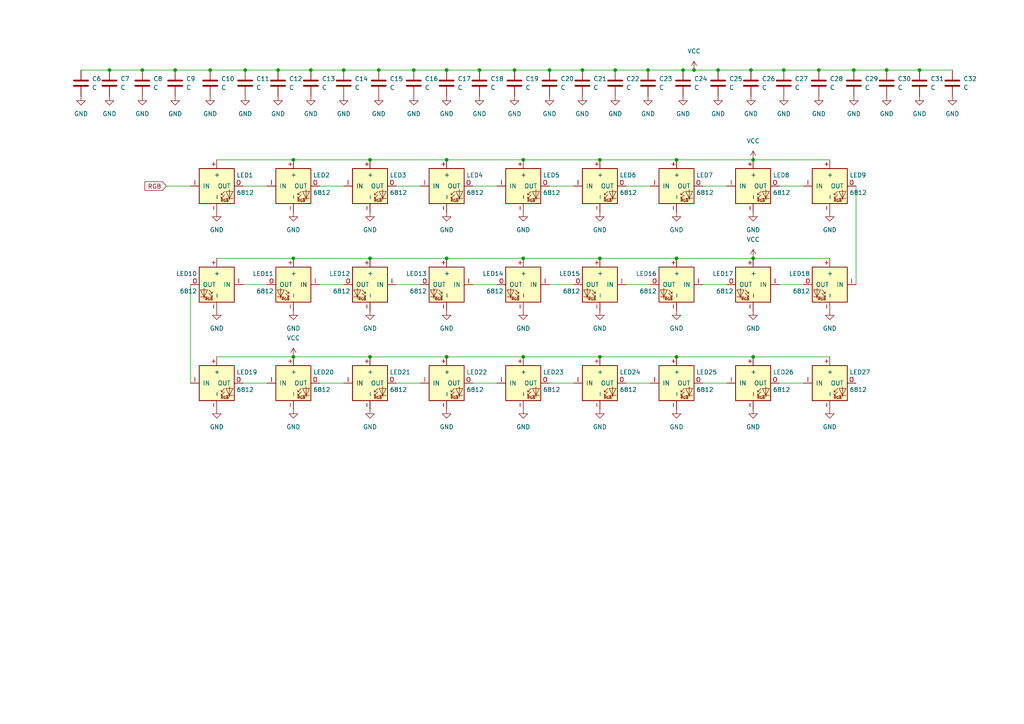
<source format=kicad_sch>
(kicad_sch (version 20211123) (generator eeschema)
  (paper "A4")
  (lib_symbols
    (symbol "Device:C" (pin_numbers hide) (pin_names (offset 0.254))
      (property "Reference" "C" (at 0.635 2.54 0))
      (property "Value" "C" (at 0.635 -2.54 0))
      (symbol "C_0_1"
        (polyline (pts (xy -2.032 -0.762) (xy 2.032 -0.762)) (stroke (width 0.508)))
        (polyline (pts (xy -2.032 0.762) (xy 2.032 0.762)) (stroke (width 0.508)))
      )
      (symbol "C_1_1"
        (pin passive line (at 0 3.81 270) (length 2.794) (name "~") (number "1"))
        (pin passive line (at 0 -3.81 90) (length 2.794) (name "~") (number "2"))
      )
    )
    (symbol "anki:6812" (pin_names (offset 1.016))
      (property "Reference" "LED" (at 5.08 7.62 0))
      (property "Value" "6812" (at 5.08 10.16 0))
      (symbol "6812_1_1"
        (polyline (pts (xy 1.27 -3.556) (xy 1.778 -3.556)))
        (polyline (pts (xy 1.27 -2.54) (xy 1.778 -2.54)))
        (polyline (pts (xy 4.699 -3.556) (xy 2.667 -3.556)))
        (polyline (pts (xy 2.286 -2.54) (xy 1.27 -3.556) (xy 1.27 -3.048)))
        (polyline (pts (xy 2.286 -1.524) (xy 1.27 -2.54) (xy 1.27 -2.032)))
        (polyline (pts (xy 3.683 -1.016) (xy 3.683 -3.556) (xy 3.683 -4.064)))
        (polyline (pts (xy 4.699 -1.524) (xy 2.667 -1.524) (xy 3.683 -3.556) (xy 4.699 -1.524)))
        (rectangle (start 5.08 5.08) (end -5.08 -5.08) (stroke (width 0.254)) (fill (type background)))
        (text "RGB" (at 2.286 -4.191 0) (effects (font (size 0.762 0.762))))
        (pin power_in line (at 0 7.62 270) (length 2.54) (name "+") (number "+"))
        (pin power_in line (at 0 -7.62 90) (length 2.54) (name "-") (number "-"))
        (pin input line (at -7.62 0 0) (length 2.54) (name "IN") (number "I"))
        (pin output line (at 7.62 0 180) (length 2.54) (name "OUT") (number "O"))
      )
    )
    (symbol "power:GND" (power) (pin_names (offset 0))
      (property "Value" "GND" (at 0 -3.81 0))
      (symbol "GND_0_1"
        (polyline (pts (xy 0 0) (xy 0 -1.27) (xy 1.27 -1.27) (xy 0 -2.54) (xy -1.27 -1.27) (xy 0 -1.27)))
      )
      (symbol "GND_1_1"
        (pin power_in line (at 0 0 270) (length 0) hide (name "GND") (number "1"))
      )
    )
    (symbol "power:VCC" (power) (pin_names (offset 0))
      (property "Value" "VCC" (at 0 3.81 0))
      (symbol "VCC_0_1"
        (polyline (pts (xy -0.762 1.27) (xy 0 2.54)))
        (polyline (pts (xy 0 0) (xy 0 2.54)))
        (polyline (pts (xy 0 2.54) (xy 0.762 1.27)))
      )
      (symbol "VCC_1_1"
        (pin power_in line (at 0 0 90) (length 0) hide (name "VCC") (number "1"))
      )
    )
  )
  (junction (at 218.44 46.355))
  (junction (at 80.645 20.32))
  (junction (at 85.09 46.355))
  (junction (at 218.44 74.93))
  (junction (at 198.12 20.32))
  (junction (at 31.75 20.32))
  (junction (at 168.91 20.32))
  (junction (at 107.315 103.505))
  (junction (at 139.065 20.32))
  (junction (at 151.765 46.355))
  (junction (at 129.54 46.355))
  (junction (at 85.09 74.93))
  (junction (at 218.44 103.505))
  (junction (at 41.275 20.32))
  (junction (at 120.015 20.32))
  (junction (at 201.295 20.32))
  (junction (at 159.385 20.32))
  (junction (at 178.435 20.32))
  (junction (at 196.215 46.355))
  (junction (at 85.09 103.505))
  (junction (at 129.54 74.93))
  (junction (at 247.65 20.32))
  (junction (at 208.28 20.32))
  (junction (at 196.215 103.505))
  (junction (at 217.805 20.32))
  (junction (at 107.315 74.93))
  (junction (at 60.96 20.32))
  (junction (at 151.765 103.505))
  (junction (at 173.99 74.93))
  (junction (at 149.225 20.32))
  (junction (at 71.12 20.32))
  (junction (at 90.17 20.32))
  (junction (at 99.695 20.32))
  (junction (at 266.7 20.32))
  (junction (at 227.33 20.32))
  (junction (at 173.99 46.355))
  (junction (at 50.8 20.32))
  (junction (at 129.54 103.505))
  (junction (at 257.175 20.32))
  (junction (at 173.99 103.505))
  (junction (at 129.54 20.32))
  (junction (at 187.96 20.32))
  (junction (at 107.315 46.355))
  (junction (at 237.49 20.32))
  (junction (at 109.855 20.32))
  (junction (at 196.215 74.93))
  (junction (at 151.765 74.93))
  (wire (pts (xy 129.54 74.93) (xy 151.765 74.93)))
  (wire (pts (xy 85.09 103.505) (xy 62.865 103.505)))
  (wire (pts (xy 237.49 20.32) (xy 247.65 20.32)))
  (wire (pts (xy 233.045 82.55) (xy 226.06 82.55)))
  (wire (pts (xy 62.865 46.355) (xy 85.09 46.355)))
  (wire (pts (xy 247.65 20.32) (xy 257.175 20.32)))
  (wire (pts (xy 159.385 53.975) (xy 166.37 53.975)))
  (wire (pts (xy 99.695 20.32) (xy 109.855 20.32)))
  (wire (pts (xy 121.92 82.55) (xy 114.935 82.55)))
  (wire (pts (xy 71.12 20.32) (xy 80.645 20.32)))
  (wire (pts (xy 85.09 74.93) (xy 107.315 74.93)))
  (wire (pts (xy 266.7 20.32) (xy 276.225 20.32)))
  (wire (pts (xy 129.54 46.355) (xy 151.765 46.355)))
  (wire (pts (xy 203.835 53.975) (xy 210.82 53.975)))
  (wire (pts (xy 151.765 103.505) (xy 129.54 103.505)))
  (wire (pts (xy 159.385 82.55) (xy 166.37 82.55)))
  (wire (pts (xy 187.96 20.32) (xy 198.12 20.32)))
  (wire (pts (xy 60.96 20.32) (xy 71.12 20.32)))
  (wire (pts (xy 181.61 53.975) (xy 188.595 53.975)))
  (wire (pts (xy 227.33 20.32) (xy 237.49 20.32)))
  (wire (pts (xy 248.285 53.975) (xy 248.285 82.55)))
  (wire (pts (xy 168.91 20.32) (xy 178.435 20.32)))
  (wire (pts (xy 201.295 20.32) (xy 208.28 20.32)))
  (wire (pts (xy 114.935 53.975) (xy 121.92 53.975)))
  (wire (pts (xy 196.215 46.355) (xy 218.44 46.355)))
  (wire (pts (xy 173.99 103.505) (xy 151.765 103.505)))
  (wire (pts (xy 129.54 103.505) (xy 107.315 103.505)))
  (wire (pts (xy 196.215 103.505) (xy 173.99 103.505)))
  (wire (pts (xy 70.485 53.975) (xy 77.47 53.975)))
  (wire (pts (xy 55.245 82.55) (xy 55.245 111.125)))
  (wire (pts (xy 23.495 20.32) (xy 31.75 20.32)))
  (wire (pts (xy 114.935 111.125) (xy 121.92 111.125)))
  (wire (pts (xy 188.595 82.55) (xy 181.61 82.55)))
  (wire (pts (xy 92.71 111.125) (xy 99.695 111.125)))
  (wire (pts (xy 129.54 20.32) (xy 139.065 20.32)))
  (wire (pts (xy 77.47 82.55) (xy 70.485 82.55)))
  (wire (pts (xy 217.805 20.32) (xy 227.33 20.32)))
  (wire (pts (xy 151.765 74.93) (xy 173.99 74.93)))
  (wire (pts (xy 159.385 20.32) (xy 168.91 20.32)))
  (wire (pts (xy 178.435 20.32) (xy 187.96 20.32)))
  (wire (pts (xy 210.82 82.55) (xy 203.835 82.55)))
  (wire (pts (xy 198.12 20.32) (xy 201.295 20.32)))
  (wire (pts (xy 99.695 82.55) (xy 92.71 82.55)))
  (wire (pts (xy 166.37 111.125) (xy 159.385 111.125)))
  (wire (pts (xy 107.315 46.355) (xy 129.54 46.355)))
  (wire (pts (xy 218.44 103.505) (xy 196.215 103.505)))
  (wire (pts (xy 137.16 53.975) (xy 144.145 53.975)))
  (wire (pts (xy 257.175 20.32) (xy 266.7 20.32)))
  (wire (pts (xy 107.315 103.505) (xy 85.09 103.505)))
  (wire (pts (xy 109.855 20.32) (xy 120.015 20.32)))
  (wire (pts (xy 181.61 111.125) (xy 188.595 111.125)))
  (wire (pts (xy 149.225 20.32) (xy 159.385 20.32)))
  (wire (pts (xy 208.28 20.32) (xy 217.805 20.32)))
  (wire (pts (xy 31.75 20.32) (xy 41.275 20.32)))
  (wire (pts (xy 218.44 46.355) (xy 240.665 46.355)))
  (wire (pts (xy 226.06 111.125) (xy 233.045 111.125)))
  (wire (pts (xy 173.99 46.355) (xy 196.215 46.355)))
  (wire (pts (xy 70.485 111.125) (xy 77.47 111.125)))
  (wire (pts (xy 41.275 20.32) (xy 50.8 20.32)))
  (wire (pts (xy 151.765 46.355) (xy 173.99 46.355)))
  (wire (pts (xy 62.865 74.93) (xy 85.09 74.93)))
  (wire (pts (xy 226.06 53.975) (xy 233.045 53.975)))
  (wire (pts (xy 203.835 111.125) (xy 210.82 111.125)))
  (wire (pts (xy 120.015 20.32) (xy 129.54 20.32)))
  (wire (pts (xy 144.145 111.125) (xy 137.16 111.125)))
  (wire (pts (xy 85.09 46.355) (xy 107.315 46.355)))
  (wire (pts (xy 50.8 20.32) (xy 60.96 20.32)))
  (wire (pts (xy 48.26 53.975) (xy 55.245 53.975)))
  (wire (pts (xy 107.315 74.93) (xy 129.54 74.93)))
  (wire (pts (xy 80.645 20.32) (xy 90.17 20.32)))
  (wire (pts (xy 92.71 53.975) (xy 99.695 53.975)))
  (wire (pts (xy 139.065 20.32) (xy 149.225 20.32)))
  (wire (pts (xy 240.665 103.505) (xy 218.44 103.505)))
  (wire (pts (xy 218.44 74.93) (xy 240.665 74.93)))
  (wire (pts (xy 137.16 82.55) (xy 144.145 82.55)))
  (wire (pts (xy 173.99 74.93) (xy 196.215 74.93)))
  (wire (pts (xy 196.215 74.93) (xy 218.44 74.93)))
  (wire (pts (xy 90.17 20.32) (xy 99.695 20.32)))
  (global_label "RGB" (shape input) (at 48.26 53.975 180) (property "Intersheet References" "${INTERSHEET_REFS}" (effects hide)))
  (symbol (lib_id "power:GND") (at 23.495 27.94 0) (mirror y) (unit 1)
    (property "Reference" "#PWR027" (effects hide))
    (property "Value" "GND" (at 23.495 33.02 0))
  )
  (symbol (lib_id "anki:6812") (at 107.315 53.975 0) (unit 1)
    (property "Reference" "LED3" (at 113.03 50.7999 0) (effects (justify left)))
    (property "Value" "6812" (at 113.03 55.8799 0) (effects (justify left)))
    (property "Footprint" "kien242:SK6812-MINI" (effects hide))
  )
  (symbol (lib_id "Device:C") (at 80.645 24.13 0) (unit 1)
    (property "Reference" "C12" (at 83.82 22.8599 0) (effects (justify left)))
    (property "Value" "C" (at 83.82 25.3999 0) (effects (justify left)))
    (property "Footprint" "Capacitor_SMD:C_0603_1608Metric_Pad1.08x0.95mm_HandSolder" (effects hide))
  )
  (symbol (lib_id "anki:6812") (at 218.44 82.55 0) (mirror y) (unit 1)
    (property "Reference" "LED17" (at 212.725 79.3749 0) (effects (justify left)))
    (property "Value" "6812" (at 212.725 84.4549 0) (effects (justify left)))
    (property "Footprint" "kien242:SK6812-MINI" (effects hide))
  )
  (symbol (lib_id "power:GND") (at 247.65 27.94 0) (mirror y) (unit 1)
    (property "Reference" "#PWR050" (effects hide))
    (property "Value" "GND" (at 247.65 33.02 0))
  )
  (symbol (lib_id "Device:C") (at 217.805 24.13 0) (unit 1)
    (property "Reference" "C26" (at 220.98 22.8599 0) (effects (justify left)))
    (property "Value" "C" (at 220.98 25.3999 0) (effects (justify left)))
    (property "Footprint" "Capacitor_SMD:C_0603_1608Metric_Pad1.08x0.95mm_HandSolder" (effects hide))
  )
  (symbol (lib_id "power:GND") (at 139.065 27.94 0) (mirror y) (unit 1)
    (property "Reference" "#PWR039" (effects hide))
    (property "Value" "GND" (at 139.065 33.02 0))
  )
  (symbol (lib_id "power:GND") (at 237.49 27.94 0) (mirror y) (unit 1)
    (property "Reference" "#PWR049" (effects hide))
    (property "Value" "GND" (at 237.49 33.02 0))
  )
  (symbol (lib_id "anki:6812") (at 85.09 53.975 0) (unit 1)
    (property "Reference" "LED2" (at 90.805 50.7999 0) (effects (justify left)))
    (property "Value" "6812" (at 90.805 55.8799 0) (effects (justify left)))
    (property "Footprint" "kien242:SK6812-MINI" (effects hide))
  )
  (symbol (lib_id "power:GND") (at 218.44 90.17 0) (mirror y) (unit 1)
    (property "Reference" "#PWR072" (effects hide))
    (property "Value" "GND" (at 218.44 95.25 0))
  )
  (symbol (lib_id "anki:6812") (at 62.865 111.125 0) (unit 1)
    (property "Reference" "LED19" (at 68.58 107.9499 0) (effects (justify left)))
    (property "Value" "6812" (at 68.58 113.0299 0) (effects (justify left)))
    (property "Footprint" "kien242:SK6812-MINI" (effects hide))
  )
  (symbol (lib_id "power:GND") (at 240.665 118.745 0) (unit 1)
    (property "Reference" "#PWR083" (effects hide))
    (property "Value" "GND" (at 240.665 123.825 0))
  )
  (symbol (lib_id "power:GND") (at 151.765 61.595 0) (unit 1)
    (property "Reference" "#PWR059" (effects hide))
    (property "Value" "GND" (at 151.765 66.675 0))
  )
  (symbol (lib_id "anki:6812") (at 62.865 82.55 0) (mirror y) (unit 1)
    (property "Reference" "LED10" (at 57.15 79.3749 0) (effects (justify left)))
    (property "Value" "6812" (at 57.15 84.4549 0) (effects (justify left)))
    (property "Footprint" "kien242:SK6812-MINI" (effects hide))
  )
  (symbol (lib_id "Device:C") (at 99.695 24.13 0) (unit 1)
    (property "Reference" "C14" (at 102.87 22.8599 0) (effects (justify left)))
    (property "Value" "C" (at 102.87 25.3999 0) (effects (justify left)))
    (property "Footprint" "Capacitor_SMD:C_0603_1608Metric_Pad1.08x0.95mm_HandSolder" (effects hide))
  )
  (symbol (lib_id "power:GND") (at 196.215 61.595 0) (unit 1)
    (property "Reference" "#PWR061" (effects hide))
    (property "Value" "GND" (at 196.215 66.675 0))
  )
  (symbol (lib_id "Device:C") (at 208.28 24.13 0) (unit 1)
    (property "Reference" "C25" (at 211.455 22.8599 0) (effects (justify left)))
    (property "Value" "C" (at 211.455 25.3999 0) (effects (justify left)))
    (property "Footprint" "Capacitor_SMD:C_0603_1608Metric_Pad1.08x0.95mm_HandSolder" (effects hide))
  )
  (symbol (lib_id "power:GND") (at 109.855 27.94 0) (mirror y) (unit 1)
    (property "Reference" "#PWR036" (effects hide))
    (property "Value" "GND" (at 109.855 33.02 0))
  )
  (symbol (lib_id "anki:6812") (at 173.99 111.125 0) (unit 1)
    (property "Reference" "LED24" (at 179.705 107.9499 0) (effects (justify left)))
    (property "Value" "6812" (at 179.705 113.0299 0) (effects (justify left)))
    (property "Footprint" "kien242:SK6812-MINI" (effects hide))
  )
  (symbol (lib_id "Device:C") (at 60.96 24.13 0) (unit 1)
    (property "Reference" "C10" (at 64.135 22.8599 0) (effects (justify left)))
    (property "Value" "C" (at 64.135 25.3999 0) (effects (justify left)))
    (property "Footprint" "Capacitor_SMD:C_0603_1608Metric_Pad1.08x0.95mm_HandSolder" (effects hide))
  )
  (symbol (lib_id "anki:6812") (at 240.665 82.55 0) (mirror y) (unit 1)
    (property "Reference" "LED18" (at 234.95 79.3749 0) (effects (justify left)))
    (property "Value" "6812" (at 234.95 84.4549 0) (effects (justify left)))
    (property "Footprint" "kien242:SK6812-MINI" (effects hide))
  )
  (symbol (lib_id "power:GND") (at 187.96 27.94 0) (mirror y) (unit 1)
    (property "Reference" "#PWR044" (effects hide))
    (property "Value" "GND" (at 187.96 33.02 0))
  )
  (symbol (lib_id "anki:6812") (at 107.315 82.55 0) (mirror y) (unit 1)
    (property "Reference" "LED12" (at 101.6 79.3749 0) (effects (justify left)))
    (property "Value" "6812" (at 101.6 84.4549 0) (effects (justify left)))
    (property "Footprint" "kien242:SK6812-MINI" (effects hide))
  )
  (symbol (lib_id "Device:C") (at 129.54 24.13 0) (unit 1)
    (property "Reference" "C17" (at 132.715 22.8599 0) (effects (justify left)))
    (property "Value" "C" (at 132.715 25.3999 0) (effects (justify left)))
    (property "Footprint" "Capacitor_SMD:C_0603_1608Metric_Pad1.08x0.95mm_HandSolder" (effects hide))
  )
  (symbol (lib_id "anki:6812") (at 85.09 111.125 0) (unit 1)
    (property "Reference" "LED20" (at 90.805 107.9499 0) (effects (justify left)))
    (property "Value" "6812" (at 90.805 113.0299 0) (effects (justify left)))
    (property "Footprint" "kien242:SK6812-MINI" (effects hide))
  )
  (symbol (lib_id "Device:C") (at 187.96 24.13 0) (unit 1)
    (property "Reference" "C23" (at 191.135 22.8599 0) (effects (justify left)))
    (property "Value" "C" (at 191.135 25.3999 0) (effects (justify left)))
    (property "Footprint" "Capacitor_SMD:C_0603_1608Metric_Pad1.08x0.95mm_HandSolder" (effects hide))
  )
  (symbol (lib_id "power:GND") (at 240.665 90.17 0) (mirror y) (unit 1)
    (property "Reference" "#PWR073" (effects hide))
    (property "Value" "GND" (at 240.665 95.25 0))
  )
  (symbol (lib_id "power:GND") (at 266.7 27.94 0) (mirror y) (unit 1)
    (property "Reference" "#PWR052" (effects hide))
    (property "Value" "GND" (at 266.7 33.02 0))
  )
  (symbol (lib_id "anki:6812") (at 240.665 111.125 0) (unit 1)
    (property "Reference" "LED27" (at 246.38 107.9499 0) (effects (justify left)))
    (property "Value" "6812" (at 246.38 113.0299 0) (effects (justify left)))
    (property "Footprint" "kien242:SK6812-MINI" (effects hide))
  )
  (symbol (lib_id "Device:C") (at 159.385 24.13 0) (unit 1)
    (property "Reference" "C20" (at 162.56 22.8599 0) (effects (justify left)))
    (property "Value" "C" (at 162.56 25.3999 0) (effects (justify left)))
    (property "Footprint" "Capacitor_SMD:C_0603_1608Metric_Pad1.08x0.95mm_HandSolder" (effects hide))
  )
  (symbol (lib_id "power:GND") (at 276.225 27.94 0) (mirror y) (unit 1)
    (property "Reference" "#PWR053" (effects hide))
    (property "Value" "GND" (at 276.225 33.02 0))
  )
  (symbol (lib_id "Device:C") (at 198.12 24.13 0) (unit 1)
    (property "Reference" "C24" (at 201.295 22.8599 0) (effects (justify left)))
    (property "Value" "C" (at 201.295 25.3999 0) (effects (justify left)))
    (property "Footprint" "Capacitor_SMD:C_0603_1608Metric_Pad1.08x0.95mm_HandSolder" (effects hide))
  )
  (symbol (lib_id "power:GND") (at 62.865 61.595 0) (unit 1)
    (property "Reference" "#PWR055" (effects hide))
    (property "Value" "GND" (at 62.865 66.675 0))
  )
  (symbol (lib_id "anki:6812") (at 218.44 53.975 0) (unit 1)
    (property "Reference" "LED8" (at 224.155 50.7999 0) (effects (justify left)))
    (property "Value" "6812" (at 224.155 55.8799 0) (effects (justify left)))
    (property "Footprint" "kien242:SK6812-MINI" (effects hide))
  )
  (symbol (lib_id "power:GND") (at 62.865 90.17 0) (mirror y) (unit 1)
    (property "Reference" "#PWR065" (effects hide))
    (property "Value" "GND" (at 62.865 95.25 0))
  )
  (symbol (lib_id "Device:C") (at 50.8 24.13 0) (unit 1)
    (property "Reference" "C9" (at 53.975 22.8599 0) (effects (justify left)))
    (property "Value" "C" (at 53.975 25.3999 0) (effects (justify left)))
    (property "Footprint" "Capacitor_SMD:C_0603_1608Metric_Pad1.08x0.95mm_HandSolder" (effects hide))
  )
  (symbol (lib_id "anki:6812") (at 173.99 82.55 0) (mirror y) (unit 1)
    (property "Reference" "LED15" (at 168.275 79.3749 0) (effects (justify left)))
    (property "Value" "6812" (at 168.275 84.4549 0) (effects (justify left)))
    (property "Footprint" "kien242:SK6812-MINI" (effects hide))
  )
  (symbol (lib_id "power:VCC") (at 201.295 20.32 0) (unit 1)
    (property "Reference" "#PWR026" (effects hide))
    (property "Value" "VCC" (at 201.295 14.859 0))
  )
  (symbol (lib_id "power:GND") (at 107.315 61.595 0) (unit 1)
    (property "Reference" "#PWR057" (effects hide))
    (property "Value" "GND" (at 107.315 66.675 0))
  )
  (symbol (lib_id "power:GND") (at 71.12 27.94 0) (mirror y) (unit 1)
    (property "Reference" "#PWR032" (effects hide))
    (property "Value" "GND" (at 71.12 33.02 0))
  )
  (symbol (lib_id "power:GND") (at 240.665 61.595 0) (unit 1)
    (property "Reference" "#PWR063" (effects hide))
    (property "Value" "GND" (at 240.665 66.675 0))
  )
  (symbol (lib_id "Device:C") (at 71.12 24.13 0) (unit 1)
    (property "Reference" "C11" (at 74.295 22.8599 0) (effects (justify left)))
    (property "Value" "C" (at 74.295 25.3999 0) (effects (justify left)))
    (property "Footprint" "Capacitor_SMD:C_0603_1608Metric_Pad1.08x0.95mm_HandSolder" (effects hide))
  )
  (symbol (lib_id "anki:6812") (at 129.54 53.975 0) (unit 1)
    (property "Reference" "LED4" (at 135.255 50.7999 0) (effects (justify left)))
    (property "Value" "6812" (at 135.255 55.8799 0) (effects (justify left)))
    (property "Footprint" "kien242:SK6812-MINI" (effects hide))
  )
  (symbol (lib_id "power:GND") (at 218.44 118.745 0) (unit 1)
    (property "Reference" "#PWR082" (effects hide))
    (property "Value" "GND" (at 218.44 123.825 0))
  )
  (symbol (lib_id "power:GND") (at 178.435 27.94 0) (mirror y) (unit 1)
    (property "Reference" "#PWR043" (effects hide))
    (property "Value" "GND" (at 178.435 33.02 0))
  )
  (symbol (lib_id "Device:C") (at 237.49 24.13 0) (unit 1)
    (property "Reference" "C28" (at 240.665 22.8599 0) (effects (justify left)))
    (property "Value" "C" (at 240.665 25.3999 0) (effects (justify left)))
    (property "Footprint" "Capacitor_SMD:C_0603_1608Metric_Pad1.08x0.95mm_HandSolder" (effects hide))
  )
  (symbol (lib_id "Device:C") (at 247.65 24.13 0) (unit 1)
    (property "Reference" "C29" (at 250.825 22.8599 0) (effects (justify left)))
    (property "Value" "C" (at 250.825 25.3999 0) (effects (justify left)))
    (property "Footprint" "Capacitor_SMD:C_0603_1608Metric_Pad1.08x0.95mm_HandSolder" (effects hide))
  )
  (symbol (lib_id "power:GND") (at 159.385 27.94 0) (mirror y) (unit 1)
    (property "Reference" "#PWR041" (effects hide))
    (property "Value" "GND" (at 159.385 33.02 0))
  )
  (symbol (lib_id "anki:6812") (at 218.44 111.125 0) (unit 1)
    (property "Reference" "LED26" (at 224.155 107.9499 0) (effects (justify left)))
    (property "Value" "6812" (at 224.155 113.0299 0) (effects (justify left)))
    (property "Footprint" "kien242:SK6812-MINI" (effects hide))
  )
  (symbol (lib_id "power:GND") (at 129.54 90.17 0) (mirror y) (unit 1)
    (property "Reference" "#PWR068" (effects hide))
    (property "Value" "GND" (at 129.54 95.25 0))
  )
  (symbol (lib_id "Device:C") (at 227.33 24.13 0) (unit 1)
    (property "Reference" "C27" (at 230.505 22.8599 0) (effects (justify left)))
    (property "Value" "C" (at 230.505 25.3999 0) (effects (justify left)))
    (property "Footprint" "Capacitor_SMD:C_0603_1608Metric_Pad1.08x0.95mm_HandSolder" (effects hide))
  )
  (symbol (lib_id "anki:6812") (at 151.765 111.125 0) (unit 1)
    (property "Reference" "LED23" (at 157.48 107.9499 0) (effects (justify left)))
    (property "Value" "6812" (at 157.48 113.0299 0) (effects (justify left)))
    (property "Footprint" "kien242:SK6812-MINI" (effects hide))
  )
  (symbol (lib_id "power:GND") (at 173.99 90.17 0) (unit 1)
    (property "Reference" "#PWR070" (effects hide))
    (property "Value" "GND" (at 173.99 95.25 0))
  )
  (symbol (lib_id "power:GND") (at 151.765 90.17 0) (unit 1)
    (property "Reference" "#PWR069" (effects hide))
    (property "Value" "GND" (at 151.765 95.25 0))
  )
  (symbol (lib_id "power:GND") (at 129.54 27.94 0) (mirror y) (unit 1)
    (property "Reference" "#PWR038" (effects hide))
    (property "Value" "GND" (at 129.54 33.02 0))
  )
  (symbol (lib_id "power:GND") (at 50.8 27.94 0) (mirror y) (unit 1)
    (property "Reference" "#PWR030" (effects hide))
    (property "Value" "GND" (at 50.8 33.02 0))
  )
  (symbol (lib_id "power:GND") (at 129.54 61.595 0) (unit 1)
    (property "Reference" "#PWR058" (effects hide))
    (property "Value" "GND" (at 129.54 66.675 0))
  )
  (symbol (lib_id "power:GND") (at 173.99 118.745 0) (unit 1)
    (property "Reference" "#PWR080" (effects hide))
    (property "Value" "GND" (at 173.99 123.825 0))
  )
  (symbol (lib_id "anki:6812") (at 196.215 111.125 0) (unit 1)
    (property "Reference" "LED25" (at 201.93 107.9499 0) (effects (justify left)))
    (property "Value" "6812" (at 201.93 113.0299 0) (effects (justify left)))
    (property "Footprint" "kien242:SK6812-MINI" (effects hide))
  )
  (symbol (lib_id "anki:6812") (at 240.665 53.975 0) (unit 1)
    (property "Reference" "LED9" (at 246.38 50.7999 0) (effects (justify left)))
    (property "Value" "6812" (at 246.38 55.8799 0) (effects (justify left)))
    (property "Footprint" "kien242:SK6812-MINI" (effects hide))
  )
  (symbol (lib_id "Device:C") (at 178.435 24.13 0) (unit 1)
    (property "Reference" "C22" (at 181.61 22.8599 0) (effects (justify left)))
    (property "Value" "C" (at 181.61 25.3999 0) (effects (justify left)))
    (property "Footprint" "Capacitor_SMD:C_0603_1608Metric_Pad1.08x0.95mm_HandSolder" (effects hide))
  )
  (symbol (lib_id "anki:6812") (at 129.54 82.55 0) (mirror y) (unit 1)
    (property "Reference" "LED13" (at 123.825 79.3749 0) (effects (justify left)))
    (property "Value" "6812" (at 123.825 84.4549 0) (effects (justify left)))
    (property "Footprint" "kien242:SK6812-MINI" (effects hide))
  )
  (symbol (lib_id "Device:C") (at 41.275 24.13 0) (unit 1)
    (property "Reference" "C8" (at 44.45 22.8599 0) (effects (justify left)))
    (property "Value" "C" (at 44.45 25.3999 0) (effects (justify left)))
    (property "Footprint" "Capacitor_SMD:C_0603_1608Metric_Pad1.08x0.95mm_HandSolder" (effects hide))
  )
  (symbol (lib_id "power:GND") (at 257.175 27.94 0) (mirror y) (unit 1)
    (property "Reference" "#PWR051" (effects hide))
    (property "Value" "GND" (at 257.175 33.02 0))
  )
  (symbol (lib_id "Device:C") (at 276.225 24.13 0) (unit 1)
    (property "Reference" "C32" (at 279.4 22.8599 0) (effects (justify left)))
    (property "Value" "C" (at 279.4 25.3999 0) (effects (justify left)))
    (property "Footprint" "Capacitor_SMD:C_0603_1608Metric_Pad1.08x0.95mm_HandSolder" (effects hide))
  )
  (symbol (lib_id "power:GND") (at 85.09 118.745 0) (unit 1)
    (property "Reference" "#PWR076" (effects hide))
    (property "Value" "GND" (at 85.09 123.825 0))
  )
  (symbol (lib_id "power:GND") (at 198.12 27.94 0) (mirror y) (unit 1)
    (property "Reference" "#PWR045" (effects hide))
    (property "Value" "GND" (at 198.12 33.02 0))
  )
  (symbol (lib_id "power:GND") (at 208.28 27.94 0) (mirror y) (unit 1)
    (property "Reference" "#PWR046" (effects hide))
    (property "Value" "GND" (at 208.28 33.02 0))
  )
  (symbol (lib_id "power:GND") (at 129.54 118.745 0) (mirror y) (unit 1)
    (property "Reference" "#PWR078" (effects hide))
    (property "Value" "GND" (at 129.54 123.825 0))
  )
  (symbol (lib_id "power:VCC") (at 218.44 74.93 0) (unit 1)
    (property "Reference" "#PWR064" (effects hide))
    (property "Value" "VCC" (at 218.44 69.469 0))
  )
  (symbol (lib_id "power:GND") (at 217.805 27.94 0) (mirror y) (unit 1)
    (property "Reference" "#PWR047" (effects hide))
    (property "Value" "GND" (at 217.805 33.02 0))
  )
  (symbol (lib_id "power:GND") (at 85.09 61.595 0) (unit 1)
    (property "Reference" "#PWR056" (effects hide))
    (property "Value" "GND" (at 85.09 66.675 0))
  )
  (symbol (lib_id "power:GND") (at 218.44 61.595 0) (unit 1)
    (property "Reference" "#PWR062" (effects hide))
    (property "Value" "GND" (at 218.44 66.675 0))
  )
  (symbol (lib_id "Device:C") (at 23.495 24.13 0) (unit 1)
    (property "Reference" "C6" (at 26.67 22.8599 0) (effects (justify left)))
    (property "Value" "C" (at 26.67 25.3999 0) (effects (justify left)))
    (property "Footprint" "Capacitor_SMD:C_0603_1608Metric_Pad1.08x0.95mm_HandSolder" (effects hide))
  )
  (symbol (lib_id "Device:C") (at 120.015 24.13 0) (unit 1)
    (property "Reference" "C16" (at 123.19 22.8599 0) (effects (justify left)))
    (property "Value" "C" (at 123.19 25.3999 0) (effects (justify left)))
    (property "Footprint" "Capacitor_SMD:C_0603_1608Metric_Pad1.08x0.95mm_HandSolder" (effects hide))
  )
  (symbol (lib_id "power:GND") (at 80.645 27.94 0) (mirror y) (unit 1)
    (property "Reference" "#PWR033" (effects hide))
    (property "Value" "GND" (at 80.645 33.02 0))
  )
  (symbol (lib_id "power:GND") (at 196.215 118.745 0) (unit 1)
    (property "Reference" "#PWR081" (effects hide))
    (property "Value" "GND" (at 196.215 123.825 0))
  )
  (symbol (lib_id "power:GND") (at 120.015 27.94 0) (mirror y) (unit 1)
    (property "Reference" "#PWR037" (effects hide))
    (property "Value" "GND" (at 120.015 33.02 0))
  )
  (symbol (lib_id "power:GND") (at 227.33 27.94 0) (mirror y) (unit 1)
    (property "Reference" "#PWR048" (effects hide))
    (property "Value" "GND" (at 227.33 33.02 0))
  )
  (symbol (lib_id "power:VCC") (at 218.44 46.355 0) (unit 1)
    (property "Reference" "#PWR054" (effects hide))
    (property "Value" "VCC" (at 218.44 40.894 0))
  )
  (symbol (lib_id "power:GND") (at 60.96 27.94 0) (mirror y) (unit 1)
    (property "Reference" "#PWR031" (effects hide))
    (property "Value" "GND" (at 60.96 33.02 0))
  )
  (symbol (lib_id "anki:6812") (at 85.09 82.55 0) (mirror y) (unit 1)
    (property "Reference" "LED11" (at 79.375 79.3749 0) (effects (justify left)))
    (property "Value" "6812" (at 79.375 84.4549 0) (effects (justify left)))
    (property "Footprint" "kien242:SK6812-MINI" (effects hide))
  )
  (symbol (lib_id "anki:6812") (at 151.765 82.55 0) (mirror y) (unit 1)
    (property "Reference" "LED14" (at 146.05 79.3749 0) (effects (justify left)))
    (property "Value" "6812" (at 146.05 84.4549 0) (effects (justify left)))
    (property "Footprint" "kien242:SK6812-MINI" (effects hide))
  )
  (symbol (lib_id "Device:C") (at 149.225 24.13 0) (unit 1)
    (property "Reference" "C19" (at 152.4 22.8599 0) (effects (justify left)))
    (property "Value" "C" (at 152.4 25.3999 0) (effects (justify left)))
    (property "Footprint" "Capacitor_SMD:C_0603_1608Metric_Pad1.08x0.95mm_HandSolder" (effects hide))
  )
  (symbol (lib_id "anki:6812") (at 129.54 111.125 0) (unit 1)
    (property "Reference" "LED22" (at 135.255 107.9499 0) (effects (justify left)))
    (property "Value" "6812" (at 135.255 113.0299 0) (effects (justify left)))
    (property "Footprint" "kien242:SK6812-MINI" (effects hide))
  )
  (symbol (lib_id "Device:C") (at 257.175 24.13 0) (unit 1)
    (property "Reference" "C30" (at 260.35 22.8599 0) (effects (justify left)))
    (property "Value" "C" (at 260.35 25.3999 0) (effects (justify left)))
    (property "Footprint" "Capacitor_SMD:C_0603_1608Metric_Pad1.08x0.95mm_HandSolder" (effects hide))
  )
  (symbol (lib_id "anki:6812") (at 151.765 53.975 0) (unit 1)
    (property "Reference" "LED5" (at 157.48 50.7999 0) (effects (justify left)))
    (property "Value" "6812" (at 157.48 55.8799 0) (effects (justify left)))
    (property "Footprint" "kien242:SK6812-MINI" (effects hide))
  )
  (symbol (lib_id "power:GND") (at 196.215 90.17 0) (mirror y) (unit 1)
    (property "Reference" "#PWR071" (effects hide))
    (property "Value" "GND" (at 196.215 95.25 0))
  )
  (symbol (lib_id "anki:6812") (at 62.865 53.975 0) (unit 1)
    (property "Reference" "LED1" (at 68.58 50.7999 0) (effects (justify left)))
    (property "Value" "6812" (at 68.58 55.8799 0) (effects (justify left)))
    (property "Footprint" "kien242:SK6812-MINI" (effects hide))
  )
  (symbol (lib_id "power:GND") (at 173.99 61.595 0) (unit 1)
    (property "Reference" "#PWR060" (effects hide))
    (property "Value" "GND" (at 173.99 66.675 0))
  )
  (symbol (lib_id "anki:6812") (at 196.215 82.55 0) (mirror y) (unit 1)
    (property "Reference" "LED16" (at 190.5 79.3749 0) (effects (justify left)))
    (property "Value" "6812" (at 190.5 84.4549 0) (effects (justify left)))
    (property "Footprint" "kien242:SK6812-MINI" (effects hide))
  )
  (symbol (lib_id "power:GND") (at 107.315 90.17 0) (mirror y) (unit 1)
    (property "Reference" "#PWR067" (effects hide))
    (property "Value" "GND" (at 107.315 95.25 0))
  )
  (symbol (lib_id "Device:C") (at 31.75 24.13 0) (unit 1)
    (property "Reference" "C7" (at 34.925 22.8599 0) (effects (justify left)))
    (property "Value" "C" (at 34.925 25.3999 0) (effects (justify left)))
    (property "Footprint" "Capacitor_SMD:C_0603_1608Metric_Pad1.08x0.95mm_HandSolder" (effects hide))
  )
  (symbol (lib_id "power:GND") (at 151.765 118.745 0) (mirror y) (unit 1)
    (property "Reference" "#PWR079" (effects hide))
    (property "Value" "GND" (at 151.765 123.825 0))
  )
  (symbol (lib_id "power:GND") (at 99.695 27.94 0) (mirror y) (unit 1)
    (property "Reference" "#PWR035" (effects hide))
    (property "Value" "GND" (at 99.695 33.02 0))
  )
  (symbol (lib_id "Device:C") (at 109.855 24.13 0) (unit 1)
    (property "Reference" "C15" (at 113.03 22.8599 0) (effects (justify left)))
    (property "Value" "C" (at 113.03 25.3999 0) (effects (justify left)))
    (property "Footprint" "Capacitor_SMD:C_0603_1608Metric_Pad1.08x0.95mm_HandSolder" (effects hide))
  )
  (symbol (lib_id "power:GND") (at 62.865 118.745 0) (unit 1)
    (property "Reference" "#PWR075" (effects hide))
    (property "Value" "GND" (at 62.865 123.825 0))
  )
  (symbol (lib_id "anki:6812") (at 173.99 53.975 0) (unit 1)
    (property "Reference" "LED6" (at 179.705 50.7999 0) (effects (justify left)))
    (property "Value" "6812" (at 179.705 55.8799 0) (effects (justify left)))
    (property "Footprint" "kien242:SK6812-MINI" (effects hide))
  )
  (symbol (lib_id "anki:6812") (at 107.315 111.125 0) (unit 1)
    (property "Reference" "LED21" (at 113.03 107.9499 0) (effects (justify left)))
    (property "Value" "6812" (at 113.03 113.0299 0) (effects (justify left)))
    (property "Footprint" "kien242:SK6812-MINI" (effects hide))
  )
  (symbol (lib_id "power:GND") (at 41.275 27.94 0) (mirror y) (unit 1)
    (property "Reference" "#PWR029" (effects hide))
    (property "Value" "GND" (at 41.275 33.02 0))
  )
  (symbol (lib_id "anki:6812") (at 196.215 53.975 0) (unit 1)
    (property "Reference" "LED7" (at 201.93 50.7999 0) (effects (justify left)))
    (property "Value" "6812" (at 201.93 55.8799 0) (effects (justify left)))
    (property "Footprint" "kien242:SK6812-MINI" (effects hide))
  )
  (symbol (lib_id "power:GND") (at 168.91 27.94 0) (mirror y) (unit 1)
    (property "Reference" "#PWR042" (effects hide))
    (property "Value" "GND" (at 168.91 33.02 0))
  )
  (symbol (lib_id "power:GND") (at 90.17 27.94 0) (mirror y) (unit 1)
    (property "Reference" "#PWR034" (effects hide))
    (property "Value" "GND" (at 90.17 33.02 0))
  )
  (symbol (lib_id "power:GND") (at 85.09 90.17 0) (mirror y) (unit 1)
    (property "Reference" "#PWR066" (effects hide))
    (property "Value" "GND" (at 85.09 95.25 0))
  )
  (symbol (lib_id "Device:C") (at 139.065 24.13 0) (unit 1)
    (property "Reference" "C18" (at 142.24 22.8599 0) (effects (justify left)))
    (property "Value" "C" (at 142.24 25.3999 0) (effects (justify left)))
    (property "Footprint" "Capacitor_SMD:C_0603_1608Metric_Pad1.08x0.95mm_HandSolder" (effects hide))
  )
  (symbol (lib_id "power:VCC") (at 85.09 103.505 0) (mirror y) (unit 1)
    (property "Reference" "#PWR074" (effects hide))
    (property "Value" "VCC" (at 85.09 98.044 0))
  )
  (symbol (lib_id "Device:C") (at 90.17 24.13 0) (unit 1)
    (property "Reference" "C13" (at 93.345 22.8599 0) (effects (justify left)))
    (property "Value" "C" (at 93.345 25.3999 0) (effects (justify left)))
    (property "Footprint" "Capacitor_SMD:C_0603_1608Metric_Pad1.08x0.95mm_HandSolder" (effects hide))
  )
  (symbol (lib_id "power:GND") (at 31.75 27.94 0) (mirror y) (unit 1)
    (property "Reference" "#PWR028" (effects hide))
    (property "Value" "GND" (at 31.75 33.02 0))
  )
  (symbol (lib_id "Device:C") (at 266.7 24.13 0) (unit 1)
    (property "Reference" "C31" (at 269.875 22.8599 0) (effects (justify left)))
    (property "Value" "C" (at 269.875 25.3999 0) (effects (justify left)))
    (property "Footprint" "Capacitor_SMD:C_0603_1608Metric_Pad1.08x0.95mm_HandSolder" (effects hide))
  )
  (symbol (lib_id "power:GND") (at 107.315 118.745 0) (unit 1)
    (property "Reference" "#PWR077" (effects hide))
    (property "Value" "GND" (at 107.315 123.825 0))
  )
  (symbol (lib_id "power:GND") (at 149.225 27.94 0) (mirror y) (unit 1)
    (property "Reference" "#PWR040" (effects hide))
    (property "Value" "GND" (at 149.225 33.02 0))
  )
  (symbol (lib_id "Device:C") (at 168.91 24.13 0) (unit 1)
    (property "Reference" "C21" (at 172.085 22.8599 0) (effects (justify left)))
    (property "Value" "C" (at 172.085 25.3999 0) (effects (justify left)))
    (property "Footprint" "Capacitor_SMD:C_0603_1608Metric_Pad1.08x0.95mm_HandSolder" (effects hide))
  )
)
</source>
